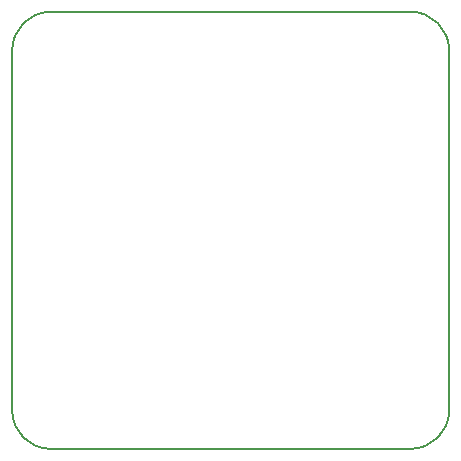
<source format=gbr>
%TF.GenerationSoftware,KiCad,Pcbnew,9.0.4*%
%TF.CreationDate,2025-11-28T22:46:11-05:00*%
%TF.ProjectId,STM32H743VIT6 FC,53544d33-3248-4373-9433-564954362046,rev?*%
%TF.SameCoordinates,Original*%
%TF.FileFunction,Profile,NP*%
%FSLAX46Y46*%
G04 Gerber Fmt 4.6, Leading zero omitted, Abs format (unit mm)*
G04 Created by KiCad (PCBNEW 9.0.4) date 2025-11-28 22:46:11*
%MOMM*%
%LPD*%
G01*
G04 APERTURE LIST*
%TA.AperFunction,Profile*%
%ADD10C,0.200000*%
%TD*%
G04 APERTURE END LIST*
D10*
X184250000Y-135500000D02*
G75*
G02*
X181000000Y-138750000I-3250000J0D01*
G01*
X150500000Y-138750000D02*
G75*
G02*
X147250000Y-135500000I0J3250000D01*
G01*
X150500000Y-101750000D02*
X181000000Y-101750000D01*
X147250000Y-105000000D02*
G75*
G02*
X150500000Y-101750000I3250000J0D01*
G01*
X147250000Y-105000000D02*
X147250000Y-135500000D01*
X181000000Y-101750000D02*
G75*
G02*
X184250000Y-105000000I0J-3250000D01*
G01*
X184250000Y-105000000D02*
X184250000Y-135500000D01*
X181000000Y-138750000D02*
X150500000Y-138750000D01*
M02*

</source>
